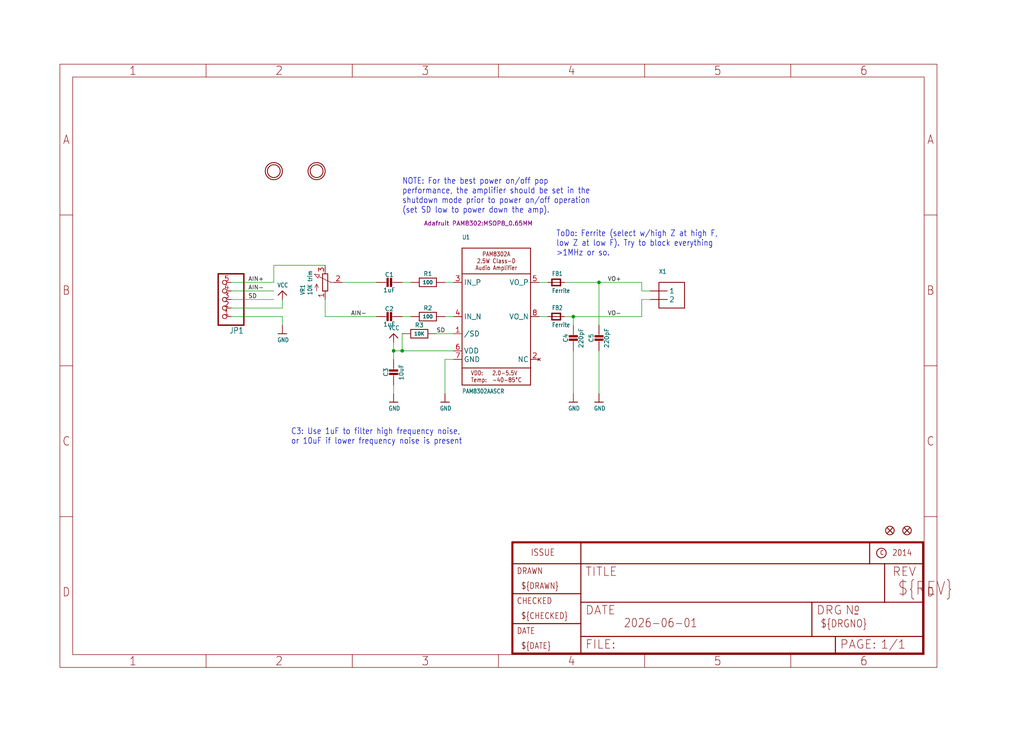
<source format=kicad_sch>
(kicad_sch (version 20250114) (generator "eeschema") (generator_version "9.0")
  (paper "User" 303.962 217.322)
  (lib_symbols
    (symbol "Adafruit PAM8302-eagle-import:AUDIOAMP_PAM8302A"
      (property "Reference" "U" (at -10.16 22.86 0))
      (symbol "AUDIOAMP_PAM8302A_1_0"
        (polyline (pts (xy -10.16 20.32) (xy 10.16 20.32)) (stroke (width 0.254)))
        (polyline (pts (xy -10.16 12.7) (xy -10.16 20.32)) (stroke (width 0.254)))
        (polyline (pts (xy -10.16 12.7) (xy 10.16 12.7)) (stroke (width 0.254)))
        (polyline (pts (xy -10.16 -15.24) (xy -10.16 12.7)) (stroke (width 0.254)))
        (polyline (pts (xy -10.16 -15.24) (xy -10.16 -20.32)) (stroke (width 0.254)))
        (polyline (pts (xy -10.16 -20.32) (xy 10.16 -20.32)) (stroke (width 0.254)))
        (polyline (pts (xy 10.16 20.32) (xy 10.16 12.7)) (stroke (width 0.254)))
        (polyline (pts (xy 10.16 12.7) (xy 10.16 -15.24)) (stroke (width 0.254)))
        (polyline (pts (xy 10.16 -15.24) (xy -10.16 -15.24)) (stroke (width 0.254)))
        (polyline (pts (xy 10.16 -20.32) (xy 10.16 -15.24)) (stroke (width 0.254)))
        (text "VDD:\nTemp:" (at -7.62 -17.78 0) (effects (font (size 1.27 1.0795)) (justify left)))
        (text "2.0-5.5V\n-40-85°C" (at -1.27 -17.78 0) (effects (font (size 1.27 1.0795)) (justify left)))
        (text "PAM8302A\n2.5W Class-D\nAudio Amplifier" (at 0 16.51 0) (effects (font (size 1.27 1.0795))))
        (pin input line (at -12.7 10.16 0) (length 2.54) (name "IN_P") (number "3"))
        (pin input line (at -12.7 0 0) (length 2.54) (name "IN_N") (number "4"))
        (pin input line (at -12.7 -5.08 0) (length 2.54) (name "/SD") (number "1"))
        (pin power_in line (at -12.7 -10.16 0) (length 2.54) (name "VDD") (number "6"))
        (pin power_in line (at -12.7 -12.7 0) (length 2.54) (name "GND") (number "7"))
        (pin output line (at 12.7 10.16 180) (length 2.54) (name "VO_P") (number "5"))
        (pin output line (at 12.7 0 180) (length 2.54) (name "VO_N") (number "8"))
        (pin no_connect line (at 12.7 -12.7 180) (length 2.54) (name "NC") (number "2"))
      )
    )
    (symbol "Adafruit PAM8302-eagle-import:CAP_CERAMIC0805-NOOUTLINE"
      (property "Reference" "C" (at -2.29 1.25 90))
      (symbol "CAP_CERAMIC0805-NOOUTLINE_1_0"
        (rectangle (start -1.27 1.524) (end 1.27 2.032) (fill (type outline)))
        (rectangle (start -1.27 0.508) (end 1.27 1.016) (fill (type outline)))
        (polyline (pts (xy 0 2.54) (xy 0 1.778)) (stroke (width 0.1524)))
        (polyline (pts (xy 0 0.762) (xy 0 0)) (stroke (width 0.1524)))
        (pin passive line (at 0 5.08 270) (length 2.54) (name "1") (number "1"))
        (pin passive line (at 0 -2.54 90) (length 2.54) (name "2") (number "2"))
      )
    )
    (symbol "Adafruit PAM8302-eagle-import:FERRITE_0805"
      (property "Reference" "FB" (at -1.27 1.905 0))
      (symbol "FERRITE_0805_1_0"
        (polyline (pts (xy -1.27 0.9525) (xy 1.27 0.9525)) (stroke (width 0.4064)))
        (polyline (pts (xy -1.27 -0.9525) (xy -1.27 0.9525)) (stroke (width 0.4064)))
        (polyline (pts (xy 1.27 0.9525) (xy 1.27 -0.9525)) (stroke (width 0.4064)))
        (polyline (pts (xy 1.27 -0.9525) (xy -1.27 -0.9525)) (stroke (width 0.4064)))
        (pin passive line (at -2.54 0 0) (length 2.54) (name "P$1") (number "1"))
        (pin passive line (at 2.54 0 180) (length 2.54) (name "P$2") (number "2"))
      )
    )
    (symbol "Adafruit PAM8302-eagle-import:FIDUCIAL{dblquote}{dblquote}"
      (symbol "FIDUCIAL{dblquote}{dblquote}_1_0"
        (polyline (pts (xy -0.762 0.762) (xy 0.762 -0.762)) (stroke (width 0.254)))
        (circle (center 0 0) (radius 1.27) (stroke (width 0.254)))
        (polyline (pts (xy 0.762 0.762) (xy -0.762 -0.762)) (stroke (width 0.254)))
      )
    )
    (symbol "Adafruit PAM8302-eagle-import:FRAME_A4"
      (symbol "FRAME_A4_1_0"
        (polyline (pts (xy 0 179.07) (xy 260.35 179.07) (xy 260.35 0) (xy 0 0) (xy 0 179.07)))
        (polyline (pts (xy 0 134.3025) (xy 3.81 134.3025)))
        (polyline (pts (xy 0 89.535) (xy 3.81 89.535)))
        (polyline (pts (xy 0 44.7675) (xy 3.81 44.7675)))
        (polyline (pts (xy 3.81 175.26) (xy 3.81 3.81)))
        (polyline (pts (xy 43.3917 179.07) (xy 43.3917 175.26)))
        (polyline (pts (xy 43.3917 3.81) (xy 43.3917 0)))
        (polyline (pts (xy 86.7833 179.07) (xy 86.7833 175.26)))
        (polyline (pts (xy 86.7833 3.81) (xy 86.7833 0)))
        (polyline (pts (xy 130.175 179.07) (xy 130.175 175.26)))
        (polyline (pts (xy 130.175 3.81) (xy 130.175 0)))
        (polyline (pts (xy 173.5667 179.07) (xy 173.5667 175.26)))
        (polyline (pts (xy 173.5667 3.81) (xy 173.5667 0)))
        (polyline (pts (xy 216.9583 179.07) (xy 216.9583 175.26)))
        (polyline (pts (xy 216.9583 3.81) (xy 216.9583 0)))
        (polyline (pts (xy 256.54 175.26) (xy 3.81 175.26)))
        (polyline (pts (xy 256.54 175.26) (xy 256.54 3.81)))
        (polyline (pts (xy 256.54 134.3025) (xy 260.35 134.3025)))
        (polyline (pts (xy 256.54 89.535) (xy 260.35 89.535)))
        (polyline (pts (xy 256.54 44.7675) (xy 260.35 44.7675)))
        (polyline (pts (xy 256.54 19.05) (xy 256.54 36.83)) (stroke (width 0.1016)))
        (polyline (pts (xy 256.54 13.97) (xy 256.54 19.05)) (stroke (width 0.1016)))
        (polyline (pts (xy 256.54 8.89) (xy 256.54 13.97)) (stroke (width 0.1016)))
        (polyline (pts (xy 256.54 3.81) (xy 3.81 3.81)))
        (polyline (pts (xy 256.54 3.81) (xy 256.54 8.89)) (stroke (width 0.1016)))
        (text "A" (at 1.905 156.6863 0) (effects (font (size 2.54 2.286))))
        (text "B" (at 1.905 111.9188 0) (effects (font (size 2.54 2.286))))
        (text "C" (at 1.905 67.1513 0) (effects (font (size 2.54 2.286))))
        (text "D" (at 1.905 22.3838 0) (effects (font (size 2.54 2.286))))
        (text "1" (at 21.6958 177.165 0) (effects (font (size 2.54 2.286))))
        (text "1" (at 21.6958 1.905 0) (effects (font (size 2.54 2.286))))
        (text "2" (at 65.0875 177.165 0) (effects (font (size 2.54 2.286))))
        (text "2" (at 65.0875 1.905 0) (effects (font (size 2.54 2.286))))
        (text "3" (at 108.4792 177.165 0) (effects (font (size 2.54 2.286))))
        (text "3" (at 108.4792 1.905 0) (effects (font (size 2.54 2.286))))
        (text "4" (at 151.8708 177.165 0) (effects (font (size 2.54 2.286))))
        (text "4" (at 151.8708 1.905 0) (effects (font (size 2.54 2.286))))
        (text "5" (at 195.2625 177.165 0) (effects (font (size 2.54 2.286))))
        (text "5" (at 195.2625 1.905 0) (effects (font (size 2.54 2.286))))
        (text "6" (at 238.6542 177.165 0) (effects (font (size 2.54 2.286))))
        (text "6" (at 238.6542 1.905 0) (effects (font (size 2.54 2.286))))
        (text "A" (at 258.445 156.6863 0) (effects (font (size 2.54 2.286))))
        (text "B" (at 258.445 111.9188 0) (effects (font (size 2.54 2.286))))
        (text "C" (at 258.445 67.1513 0) (effects (font (size 2.54 2.286))))
        (text "D" (at 258.445 22.3838 0) (effects (font (size 2.54 2.286))))
      )
      (symbol "FRAME_A4_2_0"
        (polyline (pts (xy -0.3048 34.5948) (xy -0.3048 28.2448)) (stroke (width 0.6096)))
        (polyline (pts (xy -0.3048 28.2448) (xy -0.3048 19.3548)) (stroke (width 0.6096)))
        (polyline (pts (xy -0.3048 28.2448) (xy 20.0152 28.2448)) (stroke (width 0.3048)))
        (polyline (pts (xy -0.3048 19.3548) (xy -0.3048 10.4648)) (stroke (width 0.6096)))
        (polyline (pts (xy -0.3048 19.3548) (xy 20.0152 19.3548)) (stroke (width 0.3048)))
        (polyline (pts (xy -0.3048 10.4648) (xy -0.3048 1.5748)) (stroke (width 0.6096)))
        (polyline (pts (xy -0.3048 10.4648) (xy 20.0152 10.4648)) (stroke (width 0.3048)))
        (polyline (pts (xy -0.3048 1.5748) (xy 20.0152 1.5748)) (stroke (width 0.6096)))
        (polyline (pts (xy 20.0152 34.5948) (xy -0.3048 34.5948)) (stroke (width 0.6096)))
        (polyline (pts (xy 20.0152 28.2448) (xy 20.0152 34.5948)) (stroke (width 0.3048)))
        (polyline (pts (xy 20.0152 28.2448) (xy 105.7402 28.2448)) (stroke (width 0.3048)))
        (polyline (pts (xy 20.0152 19.3548) (xy 20.0152 28.2448)) (stroke (width 0.3048)))
        (polyline (pts (xy 20.0152 16.8148) (xy 20.0152 19.3548)) (stroke (width 0.3048)))
        (polyline (pts (xy 20.0152 10.4648) (xy 20.0152 16.8148)) (stroke (width 0.3048)))
        (polyline (pts (xy 20.0152 6.6548) (xy 20.0152 10.4648)) (stroke (width 0.3048)))
        (polyline (pts (xy 20.0152 6.6548) (xy 88.5952 6.6548)) (stroke (width 0.3048)))
        (polyline (pts (xy 20.0152 1.5748) (xy 20.0152 6.6548)) (stroke (width 0.3048)))
        (polyline (pts (xy 20.0152 1.5748) (xy 95.5802 1.5748)) (stroke (width 0.6096)))
        (polyline (pts (xy 88.5952 16.8148) (xy 20.0152 16.8148)) (stroke (width 0.3048)))
        (polyline (pts (xy 88.5952 16.8148) (xy 88.5952 6.6548)) (stroke (width 0.3048)))
        (polyline (pts (xy 88.5952 6.6548) (xy 95.5802 6.6548)) (stroke (width 0.3048)))
        (polyline (pts (xy 95.5802 6.6548) (xy 95.5802 1.5748)) (stroke (width 0.3048)))
        (polyline (pts (xy 95.5802 6.6548) (xy 121.6152 6.6548)) (stroke (width 0.3048)))
        (polyline (pts (xy 95.5802 1.5748) (xy 121.6152 1.5748)) (stroke (width 0.6096)))
        (polyline (pts (xy 101.2952 13.3223) (xy 102.2477 13.3223)) (stroke (width 0.254)))
        (polyline (pts (xy 105.7402 34.5948) (xy 20.0152 34.5948)) (stroke (width 0.6096)))
        (polyline (pts (xy 105.7402 28.2448) (xy 105.7402 34.5948)) (stroke (width 0.3048)))
        (polyline (pts (xy 105.7402 28.2448) (xy 110.1852 28.2448)) (stroke (width 0.3048)))
        (circle (center 109.2327 31.4198) (radius 1.4199) (stroke (width 0.254)))
        (polyline (pts (xy 110.1852 28.2448) (xy 110.1852 16.8148)) (stroke (width 0.3048)))
        (polyline (pts (xy 110.1852 28.2448) (xy 121.6152 28.2448)) (stroke (width 0.3048)))
        (polyline (pts (xy 110.1852 16.8148) (xy 88.5952 16.8148)) (stroke (width 0.3048)))
        (polyline (pts (xy 121.6152 34.5948) (xy 105.7402 34.5948)) (stroke (width 0.6096)))
        (polyline (pts (xy 121.6152 34.5948) (xy 121.6152 28.2448)) (stroke (width 0.6096)))
        (polyline (pts (xy 121.6152 28.2448) (xy 121.6152 16.8148)) (stroke (width 0.6096)))
        (polyline (pts (xy 121.6152 16.8148) (xy 110.1852 16.8148)) (stroke (width 0.3048)))
        (polyline (pts (xy 121.6152 16.8148) (xy 121.6152 6.6548)) (stroke (width 0.6096)))
        (polyline (pts (xy 121.6152 6.6548) (xy 121.6152 1.5748)) (stroke (width 0.6096)))
        (text "DRAWN" (at 0.9652 25.0698 0) (effects (font (size 1.778 1.5113)) (justify left bottom)))
        (text "CHECKED" (at 0.9652 16.1798 0) (effects (font (size 1.778 1.5113)) (justify left bottom)))
        (text "DATE" (at 0.9652 7.2898 0) (effects (font (size 1.778 1.5113)) (justify left bottom)))
        (text "${DRAWN}" (at 2.2352 20.6248 0) (effects (font (size 1.778 1.5113)) (justify left bottom)))
        (text "${CHECKED}" (at 2.2352 11.7348 0) (effects (font (size 1.778 1.5113)) (justify left bottom)))
        (text "${DATE}" (at 2.2352 2.8448 0) (effects (font (size 1.778 1.5113)) (justify left bottom)))
        (text "ISSUE" (at 5.0927 30.4673 0) (effects (font (size 1.9304 1.6408)) (justify left bottom)))
        (text "TITLE" (at 21.2852 24.4348 0) (effects (font (size 2.54 2.54)) (justify left bottom)))
        (text "DATE" (at 21.2852 13.0048 0) (effects (font (size 2.54 2.54)) (justify left bottom)))
        (text "FILE:" (at 21.2852 2.8448 0) (effects (font (size 2.54 2.54)) (justify left bottom)))
        (text "${COMPANY}" (at 23.349 29.6735 0) (effects (font (size 3.175 2.6987) (thickness 0.5397) (bold yes)) (justify left bottom)))
        (text "${CURRENT_DATE}" (at 32.7152 9.1948 0) (effects (font (size 2.54 2.159)) (justify left bottom)))
        (text "${PROJECTNAME}" (at 33.0327 2.8448 0) (effects (font (size 2.54 2.159)) (justify left bottom)))
        (text "DRG" (at 89.8652 13.0048 0) (effects (font (size 2.54 2.54)) (justify left bottom)))
        (text "${DRGNO}" (at 91.1352 9.1948 0) (effects (font (size 2.1844 1.8567)) (justify left bottom)))
        (text "PAGE:" (at 96.8502 2.8448 0) (effects (font (size 2.54 2.54)) (justify left bottom)))
        (text "N" (at 98.4377 13.0048 0) (effects (font (size 2.54 2.54)) (justify left bottom)))
        (text "o" (at 100.9777 13.9573 0) (effects (font (size 2.1844 1.8567)) (justify left bottom)))
        (text "C" (at 108.7564 30.7848 0) (effects (font (size 1.27 1.0795)) (justify left bottom)))
        (text "${#}/${##}" (at 108.9152 2.8448 0) (effects (font (size 2.54 2.54)) (justify left bottom)))
        (text "2014" (at 112.4077 30.4673 0) (effects (font (size 1.778 1.5113)) (justify left bottom)))
        (text "REV" (at 112.4077 24.4348 0) (effects (font (size 2.54 2.54)) (justify left bottom)))
        (text "${REV}" (at 113.9952 18.7198 0) (effects (font (size 3.81 3.2385)) (justify left bottom)))
      )
    )
    (symbol "Adafruit PAM8302-eagle-import:GND" (power)
      (symbol "GND_1_0"
        (polyline (pts (xy -1.27 0) (xy 1.27 0)) (stroke (width 0.254)))
        (pin power_in line (at 0 2.54 270) (length 2.54) (name "GND") (number "1"))
      )
    )
    (symbol "Adafruit PAM8302-eagle-import:HEADER-1X570MIL"
      (property "Reference" "JP" (at -6.35 8.255 0))
      (symbol "HEADER-1X570MIL_1_0"
        (polyline (pts (xy -6.35 7.62) (xy -6.35 -7.62)) (stroke (width 0.4064)))
        (polyline (pts (xy -6.35 -7.62) (xy 1.27 -7.62)) (stroke (width 0.4064)))
        (polyline (pts (xy 1.27 7.62) (xy -6.35 7.62)) (stroke (width 0.4064)))
        (polyline (pts (xy 1.27 -7.62) (xy 1.27 7.62)) (stroke (width 0.4064)))
        (pin passive inverted (at -2.54 5.08 0) (length 2.54) (name "1") (number "1"))
        (pin passive inverted (at -2.54 2.54 0) (length 2.54) (name "2") (number "2"))
        (pin passive inverted (at -2.54 0 0) (length 2.54) (name "3") (number "3"))
        (pin passive inverted (at -2.54 -2.54 0) (length 2.54) (name "4") (number "4"))
        (pin passive inverted (at -2.54 -5.08 0) (length 2.54) (name "5") (number "5"))
      )
    )
    (symbol "Adafruit PAM8302-eagle-import:MOUNTINGHOLE2.0"
      (symbol "MOUNTINGHOLE2.0_1_0"
        (circle (center 0 0) (radius 1.905) (stroke (width 0.254)))
        (circle (center 0 0) (radius 2.54) (stroke (width 0.254)))
      )
    )
    (symbol "Adafruit PAM8302-eagle-import:RESISTOR0805_NOOUTLINE"
      (property "Reference" "R" (at 0 2.54 0))
      (symbol "RESISTOR0805_NOOUTLINE_1_0"
        (polyline (pts (xy -2.54 1.27) (xy 2.54 1.27)) (stroke (width 0.254)))
        (polyline (pts (xy -2.54 -1.27) (xy -2.54 1.27)) (stroke (width 0.254)))
        (polyline (pts (xy 2.54 1.27) (xy 2.54 -1.27)) (stroke (width 0.254)))
        (polyline (pts (xy 2.54 -1.27) (xy -2.54 -1.27)) (stroke (width 0.254)))
        (pin passive line (at -5.08 0 0) (length 2.54) (name "1") (number "1"))
        (pin passive line (at 5.08 0 180) (length 2.54) (name "2") (number "2"))
      )
    )
    (symbol "Adafruit PAM8302-eagle-import:TERMBLOCK_1X2"
      (property "Reference" "X" (at -2.54 7.62 0))
      (symbol "TERMBLOCK_1X2_1_0"
        (polyline (pts (xy -2.54 5.08) (xy -2.54 -2.54)) (stroke (width 0.254)))
        (polyline (pts (xy -2.54 -2.54) (xy 5.08 -2.54)) (stroke (width 0.254)))
        (polyline (pts (xy 5.08 5.08) (xy -2.54 5.08)) (stroke (width 0.254)))
        (polyline (pts (xy 5.08 -2.54) (xy 5.08 5.08)) (stroke (width 0.254)))
        (pin passive line (at -5.08 2.54 0) (length 5.08) (name "1") (number "1"))
        (pin passive line (at -5.08 0 0) (length 5.08) (name "2") (number "2"))
      )
    )
    (symbol "Adafruit PAM8302-eagle-import:TRIMPOT3303W/X"
      (property "Reference" "VR" (at -5.969 -3.81 90))
      (symbol "TRIMPOT3303W/X_1_0"
        (polyline (pts (xy -3.1989 2.4495) (xy -1.7018 2.2352)) (stroke (width 0.1524)))
        (polyline (pts (xy -2.54 -0.508) (xy -3.048 -1.524)) (stroke (width 0.1524)))
        (polyline (pts (xy -2.54 -0.508) (xy -2.032 -1.524)) (stroke (width 0.1524)))
        (polyline (pts (xy -2.54 -2.54) (xy -2.54 -0.508)) (stroke (width 0.1524)))
        (polyline (pts (xy -2.1597 1.2939) (xy -3.1989 2.4495)) (stroke (width 0.1524)))
        (polyline (pts (xy -2.1597 1.2939) (xy -1.7018 2.2352)) (stroke (width 0.1524)))
        (polyline (pts (xy -0.762 2.54) (xy -0.762 -2.54)) (stroke (width 0.254)))
        (polyline (pts (xy -0.762 -2.54) (xy 0.762 -2.54)) (stroke (width 0.254)))
        (polyline (pts (xy 0.762 2.54) (xy -0.762 2.54)) (stroke (width 0.254)))
        (polyline (pts (xy 0.762 -2.54) (xy 0.762 2.54)) (stroke (width 0.254)))
        (polyline (pts (xy 1.651 0) (xy -1.8796 1.7526)) (stroke (width 0.1524)))
        (polyline (pts (xy 2.54 0) (xy 1.651 0)) (stroke (width 0.1524)))
        (pin passive line (at 0 5.08 270) (length 2.54) (name "E") (number "3"))
        (pin passive line (at 0 -5.08 90) (length 2.54) (name "A") (number "1"))
        (pin passive line (at 5.08 0 180) (length 2.54) (name "S") (number "2"))
      )
    )
    (symbol "Adafruit PAM8302-eagle-import:VCC" (power)
      (symbol "VCC_1_0"
        (polyline (pts (xy -1.27 -1.27) (xy 0 0)) (stroke (width 0.254)))
        (polyline (pts (xy 0 0) (xy 1.27 -1.27)) (stroke (width 0.254)))
        (pin power_in line (at 0 -2.54 90) (length 2.54) (name "VCC") (number "1"))
      )
    )
  )
  (text "ToDo: Ferrite (select w/high Z at high F,\nlow Z at low F). Try to block everything\n>1MHz or so." (at 165.1 76.2 0) (effects (font (size 1.778 1.5113)) (justify left bottom)))
  (text "C3: Use 1uF to filter high frequency noise,\nor 10uF if lower frequency noise is present" (at 86.36 132.08 0) (effects (font (size 1.778 1.5113)) (justify left bottom)))
  (text "NOTE: For the best power on/off pop\nperformance, the amplifier should be set in the\nshutdown mode prior to power on/off operation\n(set SD low to power down the amp)." (at 119.38 63.5 0) (effects (font (size 1.778 1.5113)) (justify left bottom)))
  (junction (at 170.18 93.98))
  (junction (at 177.8 83.82))
  (junction (at 119.38 104.14))
  (junction (at 116.84 104.14))
  (wire (pts (xy 134.62 99.06) (xy 129.54 99.06)) (stroke (width 0.1524)))
  (wire (pts (xy 119.38 99.06) (xy 119.38 104.14)) (stroke (width 0.1524)))
  (wire (pts (xy 167.64 93.98) (xy 170.18 93.98)) (stroke (width 0.1524)))
  (wire (pts (xy 68.58 91.44) (xy 83.82 91.44)) (stroke (width 0.1524)))
  (wire (pts (xy 190.5 86.36) (xy 190.5 83.82)) (stroke (width 0.1524)))
  (wire (pts (xy 116.84 104.14) (xy 116.84 101.6)) (stroke (width 0.1524)))
  (wire (pts (xy 81.28 83.82) (xy 81.28 78.74)) (stroke (width 0.1524)))
  (wire (pts (xy 193.04 86.36) (xy 190.5 86.36)) (stroke (width 0.1524)))
  (wire (pts (xy 119.38 83.82) (xy 121.92 83.82)) (stroke (width 0.1524)))
  (wire (pts (xy 111.76 93.98) (xy 96.52 93.98)) (stroke (width 0.1524)))
  (wire (pts (xy 177.8 104.14) (xy 177.8 116.84)) (stroke (width 0.1524)))
  (wire (pts (xy 177.8 83.82) (xy 190.5 83.82)) (stroke (width 0.1524)))
  (wire (pts (xy 190.5 88.9) (xy 190.5 93.98)) (stroke (width 0.1524)))
  (wire (pts (xy 116.84 114.3) (xy 116.84 116.84)) (stroke (width 0.1524)))
  (wire (pts (xy 134.62 106.68) (xy 132.08 106.68)) (stroke (width 0.1524)))
  (wire (pts (xy 132.08 106.68) (xy 132.08 116.84)) (stroke (width 0.1524)))
  (wire (pts (xy 81.28 88.9) (xy 68.58 88.9)) (stroke (width 0.1524)))
  (wire (pts (xy 134.62 104.14) (xy 119.38 104.14)) (stroke (width 0.1524)))
  (wire (pts (xy 121.92 93.98) (xy 119.38 93.98)) (stroke (width 0.1524)))
  (wire (pts (xy 170.18 93.98) (xy 190.5 93.98)) (stroke (width 0.1524)))
  (wire (pts (xy 83.82 91.44) (xy 83.82 88.9)) (stroke (width 0.1524)))
  (wire (pts (xy 81.28 86.36) (xy 68.58 86.36)) (stroke (width 0.1524)))
  (wire (pts (xy 177.8 83.82) (xy 177.8 96.52)) (stroke (width 0.1524)))
  (wire (pts (xy 167.64 83.82) (xy 177.8 83.82)) (stroke (width 0.1524)))
  (wire (pts (xy 134.62 93.98) (xy 132.08 93.98)) (stroke (width 0.1524)))
  (wire (pts (xy 160.02 83.82) (xy 162.56 83.82)) (stroke (width 0.1524)))
  (wire (pts (xy 101.6 83.82) (xy 111.76 83.82)) (stroke (width 0.1524)))
  (wire (pts (xy 81.28 83.82) (xy 68.58 83.82)) (stroke (width 0.1524)))
  (wire (pts (xy 116.84 104.14) (xy 116.84 106.68)) (stroke (width 0.1524)))
  (wire (pts (xy 81.28 78.74) (xy 96.52 78.74)) (stroke (width 0.1524)))
  (wire (pts (xy 134.62 83.82) (xy 132.08 83.82)) (stroke (width 0.1524)))
  (wire (pts (xy 170.18 93.98) (xy 170.18 96.52)) (stroke (width 0.1524)))
  (wire (pts (xy 160.02 93.98) (xy 162.56 93.98)) (stroke (width 0.1524)))
  (wire (pts (xy 96.52 93.98) (xy 96.52 88.9)) (stroke (width 0.1524)))
  (wire (pts (xy 119.38 104.14) (xy 116.84 104.14)) (stroke (width 0.1524)))
  (wire (pts (xy 193.04 88.9) (xy 190.5 88.9)) (stroke (width 0.1524)))
  (wire (pts (xy 68.58 93.98) (xy 83.82 93.98)) (stroke (width 0.1524)))
  (wire (pts (xy 170.18 104.14) (xy 170.18 116.84)) (stroke (width 0.1524)))
  (wire (pts (xy 83.82 93.98) (xy 83.82 96.52)) (stroke (width 0.1524)))
  (label "AIN+" (at 73.66 83.82 0) (effects (font (size 1.2446 1.2446))))
  (label "SD" (at 129.54 99.06 0) (effects (font (size 1.2446 1.2446))))
  (label "VO+" (at 180.34 83.82 0) (effects (font (size 1.2446 1.2446))))
  (label "AIN-" (at 73.66 86.36 0) (effects (font (size 1.2446 1.2446))))
  (label "AIN-" (at 104.14 93.98 0) (effects (font (size 1.2446 1.2446))))
  (label "SD" (at 73.66 88.9 0) (effects (font (size 1.2446 1.2446))))
  (label "VO-" (at 180.34 93.98 0) (effects (font (size 1.2446 1.2446))))
  (symbol (lib_id "Adafruit PAM8302-eagle-import:CAP_CERAMIC0805-NOOUTLINE") (at 114.3 83.82 270) (unit 1)
    (property "Reference" "C1" (at 115.55 81.53 90))
    (property "Value" "1uF" (at 115.55 86.12 90))
    (property "Footprint" "Adafruit PAM8302:0805-NO" (effects (hide yes)))
  )
  (symbol (lib_id "Adafruit PAM8302-eagle-import:RESISTOR0805_NOOUTLINE") (at 124.46 99.06 0) (unit 1)
    (property "Reference" "R3" (at 124.46 96.52 0))
    (property "Value" "10K" (at 124.46 99.06 0) (effects (font (size 1.016 1.016) (thickness 0.2032) (bold yes))))
    (property "Footprint" "Adafruit PAM8302:0805-NO" (effects (hide yes)))
  )
  (symbol (lib_id "Adafruit PAM8302-eagle-import:VCC") (at 116.84 99.06 0) (unit 1)
    (property "Reference" "#P+1" (effects (hide yes)))
    (property "Value" "VCC" (at 115.316 98.044 0) (effects (font (size 1.27 1.0795)) (justify left bottom)))
  )
  (symbol (lib_id "Adafruit PAM8302-eagle-import:TRIMPOT3303W/X") (at 96.52 83.82 0) (unit 1)
    (property "Reference" "VR1" (at 90.551 87.63 90) (effects (font (size 1.27 1.0795)) (justify left bottom)))
    (property "Value" "10K trim" (at 92.71 87.63 90) (effects (font (size 1.27 1.0795)) (justify left bottom)))
    (property "Footprint" "Adafruit PAM8302:TRIMPOT_BOURNS_3303W" (effects (hide yes)))
  )
  (symbol (lib_id "Adafruit PAM8302-eagle-import:GND") (at 177.8 119.38 0) (unit 1)
    (property "Reference" "#U$8" (effects (hide yes)))
    (property "Value" "GND" (at 176.276 121.92 0) (effects (font (size 1.27 1.0795)) (justify left bottom)))
  )
  (symbol (lib_id "Adafruit PAM8302-eagle-import:GND") (at 132.08 119.38 0) (unit 1)
    (property "Reference" "#U$2" (effects (hide yes)))
    (property "Value" "GND" (at 130.556 121.92 0) (effects (font (size 1.27 1.0795)) (justify left bottom)))
  )
  (symbol (lib_id "Adafruit PAM8302-eagle-import:GND") (at 170.18 119.38 0) (unit 1)
    (property "Reference" "#U$7" (effects (hide yes)))
    (property "Value" "GND" (at 168.656 121.92 0) (effects (font (size 1.27 1.0795)) (justify left bottom)))
  )
  (symbol (lib_id "Adafruit PAM8302-eagle-import:FRAME_A4") (at 152.4 195.58 0) (unit 2)
    (property "Reference" "#FRAME1" (effects (hide yes)))
    (property "Value" "FRAME_A4" (effects (hide yes)))
  )
  (symbol (lib_id "Adafruit PAM8302-eagle-import:HEADER-1X570MIL") (at 66.04 88.9 180) (unit 1)
    (property "Reference" "JP1" (at 72.39 97.155 0) (effects (font (size 1.778 1.5113)) (justify left bottom)))
    (property "Value" "HEADER-1X570MIL" (effects (hide yes)))
    (property "Footprint" "Adafruit PAM8302:1X05_ROUND_70" (effects (hide yes)))
  )
  (symbol (lib_id "Adafruit PAM8302-eagle-import:RESISTOR0805_NOOUTLINE") (at 127 93.98 0) (unit 1)
    (property "Reference" "R2" (at 127 91.44 0))
    (property "Value" "100" (at 127 93.98 0) (effects (font (size 1.016 1.016) (thickness 0.2032) (bold yes))))
    (property "Footprint" "Adafruit PAM8302:0805-NO" (effects (hide yes)))
  )
  (symbol (lib_id "Adafruit PAM8302-eagle-import:VCC") (at 83.82 86.36 0) (unit 1)
    (property "Reference" "#P+2" (effects (hide yes)))
    (property "Value" "VCC" (at 82.296 85.344 0) (effects (font (size 1.27 1.0795)) (justify left bottom)))
  )
  (symbol (lib_id "Adafruit PAM8302-eagle-import:CAP_CERAMIC0805-NOOUTLINE") (at 170.18 101.6 0) (unit 1)
    (property "Reference" "C4" (at 167.89 100.35 90))
    (property "Value" "220pF" (at 172.48 100.35 90))
    (property "Footprint" "Adafruit PAM8302:0805-NO" (effects (hide yes)))
  )
  (symbol (lib_id "Adafruit PAM8302-eagle-import:CAP_CERAMIC0805-NOOUTLINE") (at 116.84 111.76 0) (unit 1)
    (property "Reference" "C3" (at 114.55 110.51 90))
    (property "Value" "10uF" (at 119.14 110.51 90))
    (property "Footprint" "Adafruit PAM8302:0805-NO" (effects (hide yes)))
  )
  (symbol (lib_id "Adafruit PAM8302-eagle-import:CAP_CERAMIC0805-NOOUTLINE") (at 114.3 93.98 270) (unit 1)
    (property "Reference" "C2" (at 115.55 91.69 90))
    (property "Value" "1uF" (at 115.55 96.28 90))
    (property "Footprint" "Adafruit PAM8302:0805-NO" (effects (hide yes)))
  )
  (symbol (lib_id "Adafruit PAM8302-eagle-import:FERRITE_0805") (at 165.1 83.82 0) (unit 1)
    (property "Reference" "FB1" (at 163.83 81.915 0) (effects (font (size 1.27 1.0795)) (justify left bottom)))
    (property "Value" "Ferrite" (at 163.83 86.995 0) (effects (font (size 1.27 1.0795)) (justify left bottom)))
    (property "Footprint" "Adafruit PAM8302:_0805" (effects (hide yes)))
  )
  (symbol (lib_id "Adafruit PAM8302-eagle-import:FERRITE_0805") (at 165.1 93.98 0) (unit 1)
    (property "Reference" "FB2" (at 163.83 92.075 0) (effects (font (size 1.27 1.0795)) (justify left bottom)))
    (property "Value" "Ferrite" (at 163.83 97.155 0) (effects (font (size 1.27 1.0795)) (justify left bottom)))
    (property "Footprint" "Adafruit PAM8302:_0805" (effects (hide yes)))
  )
  (symbol (lib_id "Adafruit PAM8302-eagle-import:MOUNTINGHOLE2.0") (at 93.98 50.8 0) (unit 1)
    (property "Reference" "U$10" (effects (hide yes)))
    (property "Value" "MOUNTINGHOLE2.0" (effects (hide yes)))
    (property "Footprint" "Adafruit PAM8302:MOUNTINGHOLE_2.0_PLATED" (effects (hide yes)))
  )
  (symbol (lib_id "Adafruit PAM8302-eagle-import:FIDUCIAL{dblquote}{dblquote}") (at 269.24 157.48 0) (unit 1)
    (property "Reference" "FID1" (effects (hide yes)))
    (property "Value" "FIDUCIAL{dblquote}{dblquote}" (effects (hide yes)))
    (property "Footprint" "Adafruit PAM8302:FIDUCIAL_1MM" (effects (hide yes)))
  )
  (symbol (lib_id "Adafruit PAM8302-eagle-import:TERMBLOCK_1X2") (at 198.12 88.9 0) (unit 1)
    (property "Reference" "X1" (at 195.58 81.28 0) (effects (font (size 1.27 1.0795)) (justify left bottom)))
    (property "Value" "TERMBLOCK_1X2" (effects (hide yes)))
    (property "Footprint" "Adafruit PAM8302:TERMBLOCK_1X2-3.5MM" (effects (hide yes)))
  )
  (symbol (lib_id "Adafruit PAM8302-eagle-import:CAP_CERAMIC0805-NOOUTLINE") (at 177.8 101.6 0) (unit 1)
    (property "Reference" "C5" (at 175.51 100.35 90))
    (property "Value" "220pF" (at 180.1 100.35 90))
    (property "Footprint" "Adafruit PAM8302:0805-NO" (effects (hide yes)))
  )
  (symbol (lib_id "Adafruit PAM8302-eagle-import:FRAME_A4") (at 17.78 198.12 0) (unit 1)
    (property "Reference" "#FRAME1" (effects (hide yes)))
    (property "Value" "FRAME_A4" (effects (hide yes)))
  )
  (symbol (lib_id "Adafruit PAM8302-eagle-import:MOUNTINGHOLE2.0") (at 81.28 50.8 0) (unit 1)
    (property "Reference" "U$11" (effects (hide yes)))
    (property "Value" "MOUNTINGHOLE2.0" (effects (hide yes)))
    (property "Footprint" "Adafruit PAM8302:MOUNTINGHOLE_2.0_PLATED" (effects (hide yes)))
  )
  (symbol (lib_id "Adafruit PAM8302-eagle-import:AUDIOAMP_PAM8302A") (at 147.32 93.98 0) (unit 1)
    (property "Reference" "U1" (at 137.16 71.12 0) (effects (font (size 1.27 1.0795)) (justify left bottom)))
    (property "Value" "PAM8302AASCR" (at 137.16 116.84 0) (effects (font (size 1.27 1.0795)) (justify left bottom)))
    (property "Footprint" "Adafruit PAM8302:MSOP8_0.65MM" (at 141.986 66.294 0))
  )
  (symbol (lib_id "Adafruit PAM8302-eagle-import:GND") (at 116.84 119.38 0) (unit 1)
    (property "Reference" "#U$1" (effects (hide yes)))
    (property "Value" "GND" (at 115.316 121.92 0) (effects (font (size 1.27 1.0795)) (justify left bottom)))
  )
  (symbol (lib_id "Adafruit PAM8302-eagle-import:GND") (at 83.82 99.06 0) (unit 1)
    (property "Reference" "#U$9" (effects (hide yes)))
    (property "Value" "GND" (at 82.296 101.6 0) (effects (font (size 1.27 1.0795)) (justify left bottom)))
  )
  (symbol (lib_id "Adafruit PAM8302-eagle-import:RESISTOR0805_NOOUTLINE") (at 127 83.82 0) (unit 1)
    (property "Reference" "R1" (at 127 81.28 0))
    (property "Value" "100" (at 127 83.82 0) (effects (font (size 1.016 1.016) (thickness 0.2032) (bold yes))))
    (property "Footprint" "Adafruit PAM8302:0805-NO" (effects (hide yes)))
  )
  (symbol (lib_id "Adafruit PAM8302-eagle-import:FIDUCIAL{dblquote}{dblquote}") (at 264.16 157.48 0) (unit 1)
    (property "Reference" "FID2" (effects (hide yes)))
    (property "Value" "FIDUCIAL{dblquote}{dblquote}" (effects (hide yes)))
    (property "Footprint" "Adafruit PAM8302:FIDUCIAL_1MM" (effects (hide yes)))
  )
)
</source>
